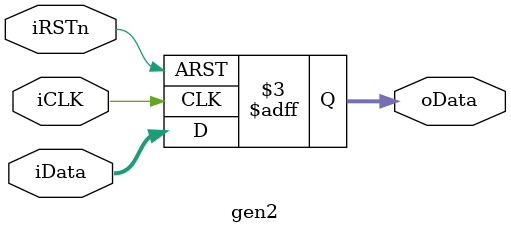
<source format=v>
module gen2
#(parameter BW=32)
(
		input iCLK,iRSTn,
		input [BW-1:0] iData,
		output reg [BW-1:0] oData
		);
always@(posedge iCLK, negedge iRSTn)
begin
	if(!iRSTn)begin
		oData<=0;
	end
	else begin
		oData<=iData;
	end
end
endmodule

</source>
